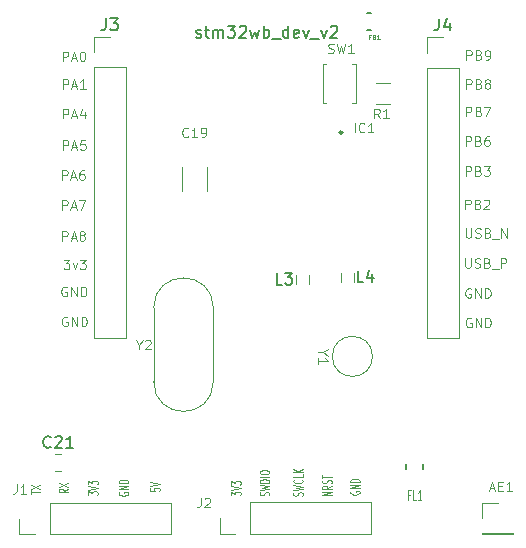
<source format=gbr>
G04 #@! TF.GenerationSoftware,KiCad,Pcbnew,5.1.7-a382d34a8~88~ubuntu18.04.1*
G04 #@! TF.CreationDate,2021-06-07T17:39:16+05:30*
G04 #@! TF.ProjectId,stm32wb_Dev_v2,73746d33-3277-4625-9f44-65765f76322e,rev?*
G04 #@! TF.SameCoordinates,Original*
G04 #@! TF.FileFunction,Legend,Top*
G04 #@! TF.FilePolarity,Positive*
%FSLAX46Y46*%
G04 Gerber Fmt 4.6, Leading zero omitted, Abs format (unit mm)*
G04 Created by KiCad (PCBNEW 5.1.7-a382d34a8~88~ubuntu18.04.1) date 2021-06-07 17:39:16*
%MOMM*%
%LPD*%
G01*
G04 APERTURE LIST*
%ADD10C,0.100000*%
%ADD11C,0.200000*%
%ADD12C,0.250000*%
%ADD13C,0.120000*%
%ADD14C,0.127000*%
%ADD15C,0.150000*%
%ADD16C,0.015000*%
G04 APERTURE END LIST*
D10*
X122821776Y-75208180D02*
X122745585Y-75170084D01*
X122631300Y-75170084D01*
X122517014Y-75208180D01*
X122440823Y-75284370D01*
X122402728Y-75360560D01*
X122364633Y-75512941D01*
X122364633Y-75627227D01*
X122402728Y-75779608D01*
X122440823Y-75855799D01*
X122517014Y-75931989D01*
X122631300Y-75970084D01*
X122707490Y-75970084D01*
X122821776Y-75931989D01*
X122859871Y-75893894D01*
X122859871Y-75627227D01*
X122707490Y-75627227D01*
X123202728Y-75970084D02*
X123202728Y-75170084D01*
X123659871Y-75970084D01*
X123659871Y-75170084D01*
X124040823Y-75970084D02*
X124040823Y-75170084D01*
X124231300Y-75170084D01*
X124345585Y-75208180D01*
X124421776Y-75284370D01*
X124459871Y-75360560D01*
X124497966Y-75512941D01*
X124497966Y-75627227D01*
X124459871Y-75779608D01*
X124421776Y-75855799D01*
X124345585Y-75931989D01*
X124231300Y-75970084D01*
X124040823Y-75970084D01*
X122796376Y-72701200D02*
X122720185Y-72663104D01*
X122605900Y-72663104D01*
X122491614Y-72701200D01*
X122415423Y-72777390D01*
X122377328Y-72853580D01*
X122339233Y-73005961D01*
X122339233Y-73120247D01*
X122377328Y-73272628D01*
X122415423Y-73348819D01*
X122491614Y-73425009D01*
X122605900Y-73463104D01*
X122682090Y-73463104D01*
X122796376Y-73425009D01*
X122834471Y-73386914D01*
X122834471Y-73120247D01*
X122682090Y-73120247D01*
X123177328Y-73463104D02*
X123177328Y-72663104D01*
X123634471Y-73463104D01*
X123634471Y-72663104D01*
X124015423Y-73463104D02*
X124015423Y-72663104D01*
X124205900Y-72663104D01*
X124320185Y-72701200D01*
X124396376Y-72777390D01*
X124434471Y-72853580D01*
X124472566Y-73005961D01*
X124472566Y-73120247D01*
X124434471Y-73272628D01*
X124396376Y-73348819D01*
X124320185Y-73425009D01*
X124205900Y-73463104D01*
X124015423Y-73463104D01*
X122344394Y-70128184D02*
X122344394Y-70775803D01*
X122382489Y-70851994D01*
X122420584Y-70890089D01*
X122496775Y-70928184D01*
X122649156Y-70928184D01*
X122725346Y-70890089D01*
X122763441Y-70851994D01*
X122801537Y-70775803D01*
X122801537Y-70128184D01*
X123144394Y-70890089D02*
X123258680Y-70928184D01*
X123449156Y-70928184D01*
X123525346Y-70890089D01*
X123563441Y-70851994D01*
X123601537Y-70775803D01*
X123601537Y-70699613D01*
X123563441Y-70623422D01*
X123525346Y-70585327D01*
X123449156Y-70547232D01*
X123296775Y-70509137D01*
X123220584Y-70471041D01*
X123182489Y-70432946D01*
X123144394Y-70356756D01*
X123144394Y-70280565D01*
X123182489Y-70204375D01*
X123220584Y-70166280D01*
X123296775Y-70128184D01*
X123487251Y-70128184D01*
X123601537Y-70166280D01*
X124211060Y-70509137D02*
X124325346Y-70547232D01*
X124363441Y-70585327D01*
X124401537Y-70661518D01*
X124401537Y-70775803D01*
X124363441Y-70851994D01*
X124325346Y-70890089D01*
X124249156Y-70928184D01*
X123944394Y-70928184D01*
X123944394Y-70128184D01*
X124211060Y-70128184D01*
X124287251Y-70166280D01*
X124325346Y-70204375D01*
X124363441Y-70280565D01*
X124363441Y-70356756D01*
X124325346Y-70432946D01*
X124287251Y-70471041D01*
X124211060Y-70509137D01*
X123944394Y-70509137D01*
X124553918Y-71004375D02*
X125163441Y-71004375D01*
X125353918Y-70928184D02*
X125353918Y-70128184D01*
X125658680Y-70128184D01*
X125734870Y-70166280D01*
X125772965Y-70204375D01*
X125811060Y-70280565D01*
X125811060Y-70394851D01*
X125772965Y-70471041D01*
X125734870Y-70509137D01*
X125658680Y-70547232D01*
X125353918Y-70547232D01*
D11*
X99550649Y-51387641D02*
X99645887Y-51435260D01*
X99836363Y-51435260D01*
X99931601Y-51387641D01*
X99979220Y-51292403D01*
X99979220Y-51244784D01*
X99931601Y-51149546D01*
X99836363Y-51101927D01*
X99693506Y-51101927D01*
X99598268Y-51054308D01*
X99550649Y-50959070D01*
X99550649Y-50911451D01*
X99598268Y-50816213D01*
X99693506Y-50768594D01*
X99836363Y-50768594D01*
X99931601Y-50816213D01*
X100264935Y-50768594D02*
X100645887Y-50768594D01*
X100407792Y-50435260D02*
X100407792Y-51292403D01*
X100455411Y-51387641D01*
X100550649Y-51435260D01*
X100645887Y-51435260D01*
X100979220Y-51435260D02*
X100979220Y-50768594D01*
X100979220Y-50863832D02*
X101026840Y-50816213D01*
X101122078Y-50768594D01*
X101264935Y-50768594D01*
X101360173Y-50816213D01*
X101407792Y-50911451D01*
X101407792Y-51435260D01*
X101407792Y-50911451D02*
X101455411Y-50816213D01*
X101550649Y-50768594D01*
X101693506Y-50768594D01*
X101788744Y-50816213D01*
X101836363Y-50911451D01*
X101836363Y-51435260D01*
X102217316Y-50435260D02*
X102836363Y-50435260D01*
X102503030Y-50816213D01*
X102645887Y-50816213D01*
X102741125Y-50863832D01*
X102788744Y-50911451D01*
X102836363Y-51006689D01*
X102836363Y-51244784D01*
X102788744Y-51340022D01*
X102741125Y-51387641D01*
X102645887Y-51435260D01*
X102360173Y-51435260D01*
X102264935Y-51387641D01*
X102217316Y-51340022D01*
X103217316Y-50530499D02*
X103264935Y-50482880D01*
X103360173Y-50435260D01*
X103598268Y-50435260D01*
X103693506Y-50482880D01*
X103741125Y-50530499D01*
X103788744Y-50625737D01*
X103788744Y-50720975D01*
X103741125Y-50863832D01*
X103169697Y-51435260D01*
X103788744Y-51435260D01*
X104122078Y-50768594D02*
X104312554Y-51435260D01*
X104503030Y-50959070D01*
X104693506Y-51435260D01*
X104883982Y-50768594D01*
X105264935Y-51435260D02*
X105264935Y-50435260D01*
X105264935Y-50816213D02*
X105360173Y-50768594D01*
X105550649Y-50768594D01*
X105645887Y-50816213D01*
X105693506Y-50863832D01*
X105741125Y-50959070D01*
X105741125Y-51244784D01*
X105693506Y-51340022D01*
X105645887Y-51387641D01*
X105550649Y-51435260D01*
X105360173Y-51435260D01*
X105264935Y-51387641D01*
X105931601Y-51530499D02*
X106693506Y-51530499D01*
X107360173Y-51435260D02*
X107360173Y-50435260D01*
X107360173Y-51387641D02*
X107264935Y-51435260D01*
X107074459Y-51435260D01*
X106979220Y-51387641D01*
X106931601Y-51340022D01*
X106883982Y-51244784D01*
X106883982Y-50959070D01*
X106931601Y-50863832D01*
X106979220Y-50816213D01*
X107074459Y-50768594D01*
X107264935Y-50768594D01*
X107360173Y-50816213D01*
X108217316Y-51387641D02*
X108122078Y-51435260D01*
X107931601Y-51435260D01*
X107836363Y-51387641D01*
X107788744Y-51292403D01*
X107788744Y-50911451D01*
X107836363Y-50816213D01*
X107931601Y-50768594D01*
X108122078Y-50768594D01*
X108217316Y-50816213D01*
X108264935Y-50911451D01*
X108264935Y-51006689D01*
X107788744Y-51101927D01*
X108598268Y-50768594D02*
X108836363Y-51435260D01*
X109074459Y-50768594D01*
X109217316Y-51530499D02*
X109979220Y-51530499D01*
X110122078Y-50768594D02*
X110360173Y-51435260D01*
X110598268Y-50768594D01*
X110931601Y-50530499D02*
X110979220Y-50482880D01*
X111074459Y-50435260D01*
X111312554Y-50435260D01*
X111407792Y-50482880D01*
X111455411Y-50530499D01*
X111503030Y-50625737D01*
X111503030Y-50720975D01*
X111455411Y-50863832D01*
X110883982Y-51435260D01*
X111503030Y-51435260D01*
D10*
X111022084Y-90183708D02*
X110222084Y-90183708D01*
X111022084Y-89897994D01*
X110222084Y-89897994D01*
X111022084Y-89374184D02*
X110641132Y-89540851D01*
X111022084Y-89659899D02*
X110222084Y-89659899D01*
X110222084Y-89469422D01*
X110260180Y-89421803D01*
X110298275Y-89397994D01*
X110374465Y-89374184D01*
X110488751Y-89374184D01*
X110564941Y-89397994D01*
X110603037Y-89421803D01*
X110641132Y-89469422D01*
X110641132Y-89659899D01*
X110983989Y-89183708D02*
X111022084Y-89112280D01*
X111022084Y-88993232D01*
X110983989Y-88945613D01*
X110945894Y-88921803D01*
X110869703Y-88897994D01*
X110793513Y-88897994D01*
X110717322Y-88921803D01*
X110679227Y-88945613D01*
X110641132Y-88993232D01*
X110603037Y-89088470D01*
X110564941Y-89136089D01*
X110526846Y-89159899D01*
X110450656Y-89183708D01*
X110374465Y-89183708D01*
X110298275Y-89159899D01*
X110260180Y-89136089D01*
X110222084Y-89088470D01*
X110222084Y-88969422D01*
X110260180Y-88897994D01*
X110222084Y-88755137D02*
X110222084Y-88469422D01*
X111022084Y-88612280D02*
X110222084Y-88612280D01*
X108530349Y-90218912D02*
X108568444Y-90147483D01*
X108568444Y-90028436D01*
X108530349Y-89980817D01*
X108492254Y-89957007D01*
X108416063Y-89933198D01*
X108339873Y-89933198D01*
X108263682Y-89957007D01*
X108225587Y-89980817D01*
X108187492Y-90028436D01*
X108149397Y-90123674D01*
X108111301Y-90171293D01*
X108073206Y-90195102D01*
X107997016Y-90218912D01*
X107920825Y-90218912D01*
X107844635Y-90195102D01*
X107806540Y-90171293D01*
X107768444Y-90123674D01*
X107768444Y-90004626D01*
X107806540Y-89933198D01*
X107768444Y-89766531D02*
X108568444Y-89647483D01*
X107997016Y-89552245D01*
X108568444Y-89457007D01*
X107768444Y-89337960D01*
X108492254Y-88861769D02*
X108530349Y-88885579D01*
X108568444Y-88957007D01*
X108568444Y-89004626D01*
X108530349Y-89076055D01*
X108454159Y-89123674D01*
X108377968Y-89147483D01*
X108225587Y-89171293D01*
X108111301Y-89171293D01*
X107958920Y-89147483D01*
X107882730Y-89123674D01*
X107806540Y-89076055D01*
X107768444Y-89004626D01*
X107768444Y-88957007D01*
X107806540Y-88885579D01*
X107844635Y-88861769D01*
X108568444Y-88409388D02*
X108568444Y-88647483D01*
X107768444Y-88647483D01*
X108568444Y-88242721D02*
X107768444Y-88242721D01*
X108568444Y-87957007D02*
X108111301Y-88171293D01*
X107768444Y-87957007D02*
X108225587Y-88242721D01*
X105688089Y-90193203D02*
X105726184Y-90121775D01*
X105726184Y-90002727D01*
X105688089Y-89955108D01*
X105649994Y-89931299D01*
X105573803Y-89907489D01*
X105497613Y-89907489D01*
X105421422Y-89931299D01*
X105383327Y-89955108D01*
X105345232Y-90002727D01*
X105307137Y-90097965D01*
X105269041Y-90145584D01*
X105230946Y-90169394D01*
X105154756Y-90193203D01*
X105078565Y-90193203D01*
X105002375Y-90169394D01*
X104964280Y-90145584D01*
X104926184Y-90097965D01*
X104926184Y-89978918D01*
X104964280Y-89907489D01*
X104926184Y-89740822D02*
X105726184Y-89621775D01*
X105154756Y-89526537D01*
X105726184Y-89431299D01*
X104926184Y-89312251D01*
X105726184Y-89121775D02*
X104926184Y-89121775D01*
X104926184Y-89002727D01*
X104964280Y-88931299D01*
X105040470Y-88883680D01*
X105116660Y-88859870D01*
X105269041Y-88836060D01*
X105383327Y-88836060D01*
X105535708Y-88859870D01*
X105611899Y-88883680D01*
X105688089Y-88931299D01*
X105726184Y-89002727D01*
X105726184Y-89121775D01*
X105726184Y-88621775D02*
X104926184Y-88621775D01*
X104926184Y-88288441D02*
X104926184Y-88193203D01*
X104964280Y-88145584D01*
X105040470Y-88097965D01*
X105192851Y-88074156D01*
X105459518Y-88074156D01*
X105611899Y-88097965D01*
X105688089Y-88145584D01*
X105726184Y-88193203D01*
X105726184Y-88288441D01*
X105688089Y-88336060D01*
X105611899Y-88383680D01*
X105459518Y-88407489D01*
X105192851Y-88407489D01*
X105040470Y-88383680D01*
X104964280Y-88336060D01*
X104926184Y-88288441D01*
X102515724Y-90184527D02*
X102515724Y-89875003D01*
X102820486Y-90041670D01*
X102820486Y-89970241D01*
X102858581Y-89922622D01*
X102896677Y-89898813D01*
X102972867Y-89875003D01*
X103163343Y-89875003D01*
X103239534Y-89898813D01*
X103277629Y-89922622D01*
X103315724Y-89970241D01*
X103315724Y-90113099D01*
X103277629Y-90160718D01*
X103239534Y-90184527D01*
X102515724Y-89732146D02*
X103315724Y-89565480D01*
X102515724Y-89398813D01*
X102515724Y-89279765D02*
X102515724Y-88970241D01*
X102820486Y-89136908D01*
X102820486Y-89065480D01*
X102858581Y-89017860D01*
X102896677Y-88994051D01*
X102972867Y-88970241D01*
X103163343Y-88970241D01*
X103239534Y-88994051D01*
X103277629Y-89017860D01*
X103315724Y-89065480D01*
X103315724Y-89208337D01*
X103277629Y-89255956D01*
X103239534Y-89279765D01*
X95670424Y-89574358D02*
X95670424Y-89812453D01*
X96051377Y-89836262D01*
X96013281Y-89812453D01*
X95975186Y-89764834D01*
X95975186Y-89645786D01*
X96013281Y-89598167D01*
X96051377Y-89574358D01*
X96127567Y-89550548D01*
X96318043Y-89550548D01*
X96394234Y-89574358D01*
X96432329Y-89598167D01*
X96470424Y-89645786D01*
X96470424Y-89764834D01*
X96432329Y-89812453D01*
X96394234Y-89836262D01*
X95670424Y-89407691D02*
X96470424Y-89241024D01*
X95670424Y-89074358D01*
X112624920Y-89834672D02*
X112586824Y-89882291D01*
X112586824Y-89953720D01*
X112624920Y-90025148D01*
X112701110Y-90072767D01*
X112777300Y-90096577D01*
X112929681Y-90120386D01*
X113043967Y-90120386D01*
X113196348Y-90096577D01*
X113272539Y-90072767D01*
X113348729Y-90025148D01*
X113386824Y-89953720D01*
X113386824Y-89906100D01*
X113348729Y-89834672D01*
X113310634Y-89810862D01*
X113043967Y-89810862D01*
X113043967Y-89906100D01*
X113386824Y-89596577D02*
X112586824Y-89596577D01*
X113386824Y-89310862D01*
X112586824Y-89310862D01*
X113386824Y-89072767D02*
X112586824Y-89072767D01*
X112586824Y-88953720D01*
X112624920Y-88882291D01*
X112701110Y-88834672D01*
X112777300Y-88810862D01*
X112929681Y-88787053D01*
X113043967Y-88787053D01*
X113196348Y-88810862D01*
X113272539Y-88834672D01*
X113348729Y-88882291D01*
X113386824Y-88953720D01*
X113386824Y-89072767D01*
X93049140Y-89928652D02*
X93011044Y-89976271D01*
X93011044Y-90047700D01*
X93049140Y-90119128D01*
X93125330Y-90166747D01*
X93201520Y-90190557D01*
X93353901Y-90214366D01*
X93468187Y-90214366D01*
X93620568Y-90190557D01*
X93696759Y-90166747D01*
X93772949Y-90119128D01*
X93811044Y-90047700D01*
X93811044Y-90000080D01*
X93772949Y-89928652D01*
X93734854Y-89904842D01*
X93468187Y-89904842D01*
X93468187Y-90000080D01*
X93811044Y-89690557D02*
X93011044Y-89690557D01*
X93811044Y-89404842D01*
X93011044Y-89404842D01*
X93811044Y-89166747D02*
X93011044Y-89166747D01*
X93011044Y-89047700D01*
X93049140Y-88976271D01*
X93125330Y-88928652D01*
X93201520Y-88904842D01*
X93353901Y-88881033D01*
X93468187Y-88881033D01*
X93620568Y-88904842D01*
X93696759Y-88928652D01*
X93772949Y-88976271D01*
X93811044Y-89047700D01*
X93811044Y-89166747D01*
X90415164Y-90166747D02*
X90415164Y-89857223D01*
X90719926Y-90023890D01*
X90719926Y-89952461D01*
X90758021Y-89904842D01*
X90796117Y-89881033D01*
X90872307Y-89857223D01*
X91062783Y-89857223D01*
X91138974Y-89881033D01*
X91177069Y-89904842D01*
X91215164Y-89952461D01*
X91215164Y-90095319D01*
X91177069Y-90142938D01*
X91138974Y-90166747D01*
X90415164Y-89714366D02*
X91215164Y-89547700D01*
X90415164Y-89381033D01*
X90415164Y-89261985D02*
X90415164Y-88952461D01*
X90719926Y-89119128D01*
X90719926Y-89047700D01*
X90758021Y-89000080D01*
X90796117Y-88976271D01*
X90872307Y-88952461D01*
X91062783Y-88952461D01*
X91138974Y-88976271D01*
X91177069Y-89000080D01*
X91215164Y-89047700D01*
X91215164Y-89190557D01*
X91177069Y-89238176D01*
X91138974Y-89261985D01*
X85545984Y-90042952D02*
X85545984Y-89757238D01*
X86345984Y-89900095D02*
X85545984Y-89900095D01*
X85545984Y-89638190D02*
X86345984Y-89304857D01*
X85545984Y-89304857D02*
X86345984Y-89638190D01*
X88695484Y-89651353D02*
X88314532Y-89818020D01*
X88695484Y-89937067D02*
X87895484Y-89937067D01*
X87895484Y-89746591D01*
X87933580Y-89698972D01*
X87971675Y-89675162D01*
X88047865Y-89651353D01*
X88162151Y-89651353D01*
X88238341Y-89675162D01*
X88276437Y-89698972D01*
X88314532Y-89746591D01*
X88314532Y-89937067D01*
X87895484Y-89484686D02*
X88695484Y-89151353D01*
X87895484Y-89151353D02*
X88695484Y-89484686D01*
X122428123Y-53318364D02*
X122428123Y-52518364D01*
X122732885Y-52518364D01*
X122809076Y-52556460D01*
X122847171Y-52594555D01*
X122885266Y-52670745D01*
X122885266Y-52785031D01*
X122847171Y-52861221D01*
X122809076Y-52899317D01*
X122732885Y-52937412D01*
X122428123Y-52937412D01*
X123494790Y-52899317D02*
X123609076Y-52937412D01*
X123647171Y-52975507D01*
X123685266Y-53051698D01*
X123685266Y-53165983D01*
X123647171Y-53242174D01*
X123609076Y-53280269D01*
X123532885Y-53318364D01*
X123228123Y-53318364D01*
X123228123Y-52518364D01*
X123494790Y-52518364D01*
X123570980Y-52556460D01*
X123609076Y-52594555D01*
X123647171Y-52670745D01*
X123647171Y-52746936D01*
X123609076Y-52823126D01*
X123570980Y-52861221D01*
X123494790Y-52899317D01*
X123228123Y-52899317D01*
X124066219Y-53318364D02*
X124218600Y-53318364D01*
X124294790Y-53280269D01*
X124332885Y-53242174D01*
X124409076Y-53127888D01*
X124447171Y-52975507D01*
X124447171Y-52670745D01*
X124409076Y-52594555D01*
X124370980Y-52556460D01*
X124294790Y-52518364D01*
X124142409Y-52518364D01*
X124066219Y-52556460D01*
X124028123Y-52594555D01*
X123990028Y-52670745D01*
X123990028Y-52861221D01*
X124028123Y-52937412D01*
X124066219Y-52975507D01*
X124142409Y-53013602D01*
X124294790Y-53013602D01*
X124370980Y-52975507D01*
X124409076Y-52937412D01*
X124447171Y-52861221D01*
X122428123Y-55756764D02*
X122428123Y-54956764D01*
X122732885Y-54956764D01*
X122809076Y-54994860D01*
X122847171Y-55032955D01*
X122885266Y-55109145D01*
X122885266Y-55223431D01*
X122847171Y-55299621D01*
X122809076Y-55337717D01*
X122732885Y-55375812D01*
X122428123Y-55375812D01*
X123494790Y-55337717D02*
X123609076Y-55375812D01*
X123647171Y-55413907D01*
X123685266Y-55490098D01*
X123685266Y-55604383D01*
X123647171Y-55680574D01*
X123609076Y-55718669D01*
X123532885Y-55756764D01*
X123228123Y-55756764D01*
X123228123Y-54956764D01*
X123494790Y-54956764D01*
X123570980Y-54994860D01*
X123609076Y-55032955D01*
X123647171Y-55109145D01*
X123647171Y-55185336D01*
X123609076Y-55261526D01*
X123570980Y-55299621D01*
X123494790Y-55337717D01*
X123228123Y-55337717D01*
X124142409Y-55299621D02*
X124066219Y-55261526D01*
X124028123Y-55223431D01*
X123990028Y-55147240D01*
X123990028Y-55109145D01*
X124028123Y-55032955D01*
X124066219Y-54994860D01*
X124142409Y-54956764D01*
X124294790Y-54956764D01*
X124370980Y-54994860D01*
X124409076Y-55032955D01*
X124447171Y-55109145D01*
X124447171Y-55147240D01*
X124409076Y-55223431D01*
X124370980Y-55261526D01*
X124294790Y-55299621D01*
X124142409Y-55299621D01*
X124066219Y-55337717D01*
X124028123Y-55375812D01*
X123990028Y-55452002D01*
X123990028Y-55604383D01*
X124028123Y-55680574D01*
X124066219Y-55718669D01*
X124142409Y-55756764D01*
X124294790Y-55756764D01*
X124370980Y-55718669D01*
X124409076Y-55680574D01*
X124447171Y-55604383D01*
X124447171Y-55452002D01*
X124409076Y-55375812D01*
X124370980Y-55337717D01*
X124294790Y-55299621D01*
X122397643Y-58108804D02*
X122397643Y-57308804D01*
X122702405Y-57308804D01*
X122778596Y-57346900D01*
X122816691Y-57384995D01*
X122854786Y-57461185D01*
X122854786Y-57575471D01*
X122816691Y-57651661D01*
X122778596Y-57689757D01*
X122702405Y-57727852D01*
X122397643Y-57727852D01*
X123464310Y-57689757D02*
X123578596Y-57727852D01*
X123616691Y-57765947D01*
X123654786Y-57842138D01*
X123654786Y-57956423D01*
X123616691Y-58032614D01*
X123578596Y-58070709D01*
X123502405Y-58108804D01*
X123197643Y-58108804D01*
X123197643Y-57308804D01*
X123464310Y-57308804D01*
X123540500Y-57346900D01*
X123578596Y-57384995D01*
X123616691Y-57461185D01*
X123616691Y-57537376D01*
X123578596Y-57613566D01*
X123540500Y-57651661D01*
X123464310Y-57689757D01*
X123197643Y-57689757D01*
X123921453Y-57308804D02*
X124454786Y-57308804D01*
X124111929Y-58108804D01*
X122387483Y-60590384D02*
X122387483Y-59790384D01*
X122692245Y-59790384D01*
X122768436Y-59828480D01*
X122806531Y-59866575D01*
X122844626Y-59942765D01*
X122844626Y-60057051D01*
X122806531Y-60133241D01*
X122768436Y-60171337D01*
X122692245Y-60209432D01*
X122387483Y-60209432D01*
X123454150Y-60171337D02*
X123568436Y-60209432D01*
X123606531Y-60247527D01*
X123644626Y-60323718D01*
X123644626Y-60438003D01*
X123606531Y-60514194D01*
X123568436Y-60552289D01*
X123492245Y-60590384D01*
X123187483Y-60590384D01*
X123187483Y-59790384D01*
X123454150Y-59790384D01*
X123530340Y-59828480D01*
X123568436Y-59866575D01*
X123606531Y-59942765D01*
X123606531Y-60018956D01*
X123568436Y-60095146D01*
X123530340Y-60133241D01*
X123454150Y-60171337D01*
X123187483Y-60171337D01*
X124330340Y-59790384D02*
X124177960Y-59790384D01*
X124101769Y-59828480D01*
X124063674Y-59866575D01*
X123987483Y-59980860D01*
X123949388Y-60133241D01*
X123949388Y-60438003D01*
X123987483Y-60514194D01*
X124025579Y-60552289D01*
X124101769Y-60590384D01*
X124254150Y-60590384D01*
X124330340Y-60552289D01*
X124368436Y-60514194D01*
X124406531Y-60438003D01*
X124406531Y-60247527D01*
X124368436Y-60171337D01*
X124330340Y-60133241D01*
X124254150Y-60095146D01*
X124101769Y-60095146D01*
X124025579Y-60133241D01*
X123987483Y-60171337D01*
X123949388Y-60247527D01*
X122336683Y-65944704D02*
X122336683Y-65144704D01*
X122641445Y-65144704D01*
X122717636Y-65182800D01*
X122755731Y-65220895D01*
X122793826Y-65297085D01*
X122793826Y-65411371D01*
X122755731Y-65487561D01*
X122717636Y-65525657D01*
X122641445Y-65563752D01*
X122336683Y-65563752D01*
X123403350Y-65525657D02*
X123517636Y-65563752D01*
X123555731Y-65601847D01*
X123593826Y-65678038D01*
X123593826Y-65792323D01*
X123555731Y-65868514D01*
X123517636Y-65906609D01*
X123441445Y-65944704D01*
X123136683Y-65944704D01*
X123136683Y-65144704D01*
X123403350Y-65144704D01*
X123479540Y-65182800D01*
X123517636Y-65220895D01*
X123555731Y-65297085D01*
X123555731Y-65373276D01*
X123517636Y-65449466D01*
X123479540Y-65487561D01*
X123403350Y-65525657D01*
X123136683Y-65525657D01*
X123898588Y-65220895D02*
X123936683Y-65182800D01*
X124012874Y-65144704D01*
X124203350Y-65144704D01*
X124279540Y-65182800D01*
X124317636Y-65220895D01*
X124355731Y-65297085D01*
X124355731Y-65373276D01*
X124317636Y-65487561D01*
X123860493Y-65944704D01*
X124355731Y-65944704D01*
X122387483Y-63138004D02*
X122387483Y-62338004D01*
X122692245Y-62338004D01*
X122768436Y-62376100D01*
X122806531Y-62414195D01*
X122844626Y-62490385D01*
X122844626Y-62604671D01*
X122806531Y-62680861D01*
X122768436Y-62718957D01*
X122692245Y-62757052D01*
X122387483Y-62757052D01*
X123454150Y-62718957D02*
X123568436Y-62757052D01*
X123606531Y-62795147D01*
X123644626Y-62871338D01*
X123644626Y-62985623D01*
X123606531Y-63061814D01*
X123568436Y-63099909D01*
X123492245Y-63138004D01*
X123187483Y-63138004D01*
X123187483Y-62338004D01*
X123454150Y-62338004D01*
X123530340Y-62376100D01*
X123568436Y-62414195D01*
X123606531Y-62490385D01*
X123606531Y-62566576D01*
X123568436Y-62642766D01*
X123530340Y-62680861D01*
X123454150Y-62718957D01*
X123187483Y-62718957D01*
X123911293Y-62338004D02*
X124406531Y-62338004D01*
X124139864Y-62642766D01*
X124254150Y-62642766D01*
X124330340Y-62680861D01*
X124368436Y-62718957D01*
X124406531Y-62795147D01*
X124406531Y-62985623D01*
X124368436Y-63061814D01*
X124330340Y-63099909D01*
X124254150Y-63138004D01*
X124025579Y-63138004D01*
X123949388Y-63099909D01*
X123911293Y-63061814D01*
X122378686Y-67570404D02*
X122378686Y-68218023D01*
X122416781Y-68294214D01*
X122454877Y-68332309D01*
X122531067Y-68370404D01*
X122683448Y-68370404D01*
X122759639Y-68332309D01*
X122797734Y-68294214D01*
X122835829Y-68218023D01*
X122835829Y-67570404D01*
X123178686Y-68332309D02*
X123292972Y-68370404D01*
X123483448Y-68370404D01*
X123559639Y-68332309D01*
X123597734Y-68294214D01*
X123635829Y-68218023D01*
X123635829Y-68141833D01*
X123597734Y-68065642D01*
X123559639Y-68027547D01*
X123483448Y-67989452D01*
X123331067Y-67951357D01*
X123254877Y-67913261D01*
X123216781Y-67875166D01*
X123178686Y-67798976D01*
X123178686Y-67722785D01*
X123216781Y-67646595D01*
X123254877Y-67608500D01*
X123331067Y-67570404D01*
X123521543Y-67570404D01*
X123635829Y-67608500D01*
X124245353Y-67951357D02*
X124359639Y-67989452D01*
X124397734Y-68027547D01*
X124435829Y-68103738D01*
X124435829Y-68218023D01*
X124397734Y-68294214D01*
X124359639Y-68332309D01*
X124283448Y-68370404D01*
X123978686Y-68370404D01*
X123978686Y-67570404D01*
X124245353Y-67570404D01*
X124321543Y-67608500D01*
X124359639Y-67646595D01*
X124397734Y-67722785D01*
X124397734Y-67798976D01*
X124359639Y-67875166D01*
X124321543Y-67913261D01*
X124245353Y-67951357D01*
X123978686Y-67951357D01*
X124588210Y-68446595D02*
X125197734Y-68446595D01*
X125388210Y-68370404D02*
X125388210Y-67570404D01*
X125845353Y-68370404D01*
X125845353Y-67570404D01*
X88620676Y-75114200D02*
X88544485Y-75076104D01*
X88430200Y-75076104D01*
X88315914Y-75114200D01*
X88239723Y-75190390D01*
X88201628Y-75266580D01*
X88163533Y-75418961D01*
X88163533Y-75533247D01*
X88201628Y-75685628D01*
X88239723Y-75761819D01*
X88315914Y-75838009D01*
X88430200Y-75876104D01*
X88506390Y-75876104D01*
X88620676Y-75838009D01*
X88658771Y-75799914D01*
X88658771Y-75533247D01*
X88506390Y-75533247D01*
X89001628Y-75876104D02*
X89001628Y-75076104D01*
X89458771Y-75876104D01*
X89458771Y-75076104D01*
X89839723Y-75876104D02*
X89839723Y-75076104D01*
X90030200Y-75076104D01*
X90144485Y-75114200D01*
X90220676Y-75190390D01*
X90258771Y-75266580D01*
X90296866Y-75418961D01*
X90296866Y-75533247D01*
X90258771Y-75685628D01*
X90220676Y-75761819D01*
X90144485Y-75838009D01*
X90030200Y-75876104D01*
X89839723Y-75876104D01*
X88577496Y-72558960D02*
X88501305Y-72520864D01*
X88387020Y-72520864D01*
X88272734Y-72558960D01*
X88196543Y-72635150D01*
X88158448Y-72711340D01*
X88120353Y-72863721D01*
X88120353Y-72978007D01*
X88158448Y-73130388D01*
X88196543Y-73206579D01*
X88272734Y-73282769D01*
X88387020Y-73320864D01*
X88463210Y-73320864D01*
X88577496Y-73282769D01*
X88615591Y-73244674D01*
X88615591Y-72978007D01*
X88463210Y-72978007D01*
X88958448Y-73320864D02*
X88958448Y-72520864D01*
X89415591Y-73320864D01*
X89415591Y-72520864D01*
X89796543Y-73320864D02*
X89796543Y-72520864D01*
X89987020Y-72520864D01*
X90101305Y-72558960D01*
X90177496Y-72635150D01*
X90215591Y-72711340D01*
X90253686Y-72863721D01*
X90253686Y-72978007D01*
X90215591Y-73130388D01*
X90177496Y-73206579D01*
X90101305Y-73282769D01*
X89987020Y-73320864D01*
X89796543Y-73320864D01*
X88320999Y-70224704D02*
X88816237Y-70224704D01*
X88549570Y-70529466D01*
X88663856Y-70529466D01*
X88740046Y-70567561D01*
X88778141Y-70605657D01*
X88816237Y-70681847D01*
X88816237Y-70872323D01*
X88778141Y-70948514D01*
X88740046Y-70986609D01*
X88663856Y-71024704D01*
X88435284Y-71024704D01*
X88359094Y-70986609D01*
X88320999Y-70948514D01*
X89082903Y-70491371D02*
X89273380Y-71024704D01*
X89463856Y-70491371D01*
X89692427Y-70224704D02*
X90187665Y-70224704D01*
X89920999Y-70529466D01*
X90035284Y-70529466D01*
X90111475Y-70567561D01*
X90149570Y-70605657D01*
X90187665Y-70681847D01*
X90187665Y-70872323D01*
X90149570Y-70948514D01*
X90111475Y-70986609D01*
X90035284Y-71024704D01*
X89806713Y-71024704D01*
X89730522Y-70986609D01*
X89692427Y-70948514D01*
X88223206Y-68637104D02*
X88223206Y-67837104D01*
X88527968Y-67837104D01*
X88604159Y-67875200D01*
X88642254Y-67913295D01*
X88680349Y-67989485D01*
X88680349Y-68103771D01*
X88642254Y-68179961D01*
X88604159Y-68218057D01*
X88527968Y-68256152D01*
X88223206Y-68256152D01*
X88985111Y-68408533D02*
X89366063Y-68408533D01*
X88908920Y-68637104D02*
X89175587Y-67837104D01*
X89442254Y-68637104D01*
X89823206Y-68179961D02*
X89747016Y-68141866D01*
X89708920Y-68103771D01*
X89670825Y-68027580D01*
X89670825Y-67989485D01*
X89708920Y-67913295D01*
X89747016Y-67875200D01*
X89823206Y-67837104D01*
X89975587Y-67837104D01*
X90051778Y-67875200D01*
X90089873Y-67913295D01*
X90127968Y-67989485D01*
X90127968Y-68027580D01*
X90089873Y-68103771D01*
X90051778Y-68141866D01*
X89975587Y-68179961D01*
X89823206Y-68179961D01*
X89747016Y-68218057D01*
X89708920Y-68256152D01*
X89670825Y-68332342D01*
X89670825Y-68484723D01*
X89708920Y-68560914D01*
X89747016Y-68599009D01*
X89823206Y-68637104D01*
X89975587Y-68637104D01*
X90051778Y-68599009D01*
X90089873Y-68560914D01*
X90127968Y-68484723D01*
X90127968Y-68332342D01*
X90089873Y-68256152D01*
X90051778Y-68218057D01*
X89975587Y-68179961D01*
X88207966Y-66008204D02*
X88207966Y-65208204D01*
X88512728Y-65208204D01*
X88588919Y-65246300D01*
X88627014Y-65284395D01*
X88665109Y-65360585D01*
X88665109Y-65474871D01*
X88627014Y-65551061D01*
X88588919Y-65589157D01*
X88512728Y-65627252D01*
X88207966Y-65627252D01*
X88969871Y-65779633D02*
X89350823Y-65779633D01*
X88893680Y-66008204D02*
X89160347Y-65208204D01*
X89427014Y-66008204D01*
X89617490Y-65208204D02*
X90150823Y-65208204D01*
X89807966Y-66008204D01*
X88205426Y-63452964D02*
X88205426Y-62652964D01*
X88510188Y-62652964D01*
X88586379Y-62691060D01*
X88624474Y-62729155D01*
X88662569Y-62805345D01*
X88662569Y-62919631D01*
X88624474Y-62995821D01*
X88586379Y-63033917D01*
X88510188Y-63072012D01*
X88205426Y-63072012D01*
X88967331Y-63224393D02*
X89348283Y-63224393D01*
X88891140Y-63452964D02*
X89157807Y-62652964D01*
X89424474Y-63452964D01*
X90033998Y-62652964D02*
X89881617Y-62652964D01*
X89805426Y-62691060D01*
X89767331Y-62729155D01*
X89691140Y-62843440D01*
X89653045Y-62995821D01*
X89653045Y-63300583D01*
X89691140Y-63376774D01*
X89729236Y-63414869D01*
X89805426Y-63452964D01*
X89957807Y-63452964D01*
X90033998Y-63414869D01*
X90072093Y-63376774D01*
X90110188Y-63300583D01*
X90110188Y-63110107D01*
X90072093Y-63033917D01*
X90033998Y-62995821D01*
X89957807Y-62957726D01*
X89805426Y-62957726D01*
X89729236Y-62995821D01*
X89691140Y-63033917D01*
X89653045Y-63110107D01*
X88274006Y-60925664D02*
X88274006Y-60125664D01*
X88578768Y-60125664D01*
X88654959Y-60163760D01*
X88693054Y-60201855D01*
X88731149Y-60278045D01*
X88731149Y-60392331D01*
X88693054Y-60468521D01*
X88654959Y-60506617D01*
X88578768Y-60544712D01*
X88274006Y-60544712D01*
X89035911Y-60697093D02*
X89416863Y-60697093D01*
X88959720Y-60925664D02*
X89226387Y-60125664D01*
X89493054Y-60925664D01*
X90140673Y-60125664D02*
X89759720Y-60125664D01*
X89721625Y-60506617D01*
X89759720Y-60468521D01*
X89835911Y-60430426D01*
X90026387Y-60430426D01*
X90102578Y-60468521D01*
X90140673Y-60506617D01*
X90178768Y-60582807D01*
X90178768Y-60773283D01*
X90140673Y-60849474D01*
X90102578Y-60887569D01*
X90026387Y-60925664D01*
X89835911Y-60925664D01*
X89759720Y-60887569D01*
X89721625Y-60849474D01*
X88274006Y-58278984D02*
X88274006Y-57478984D01*
X88578768Y-57478984D01*
X88654959Y-57517080D01*
X88693054Y-57555175D01*
X88731149Y-57631365D01*
X88731149Y-57745651D01*
X88693054Y-57821841D01*
X88654959Y-57859937D01*
X88578768Y-57898032D01*
X88274006Y-57898032D01*
X89035911Y-58050413D02*
X89416863Y-58050413D01*
X88959720Y-58278984D02*
X89226387Y-57478984D01*
X89493054Y-58278984D01*
X90102578Y-57745651D02*
X90102578Y-58278984D01*
X89912101Y-57440889D02*
X89721625Y-58012318D01*
X90216863Y-58012318D01*
X88274006Y-55746604D02*
X88274006Y-54946604D01*
X88578768Y-54946604D01*
X88654959Y-54984700D01*
X88693054Y-55022795D01*
X88731149Y-55098985D01*
X88731149Y-55213271D01*
X88693054Y-55289461D01*
X88654959Y-55327557D01*
X88578768Y-55365652D01*
X88274006Y-55365652D01*
X89035911Y-55518033D02*
X89416863Y-55518033D01*
X88959720Y-55746604D02*
X89226387Y-54946604D01*
X89493054Y-55746604D01*
X90178768Y-55746604D02*
X89721625Y-55746604D01*
X89950197Y-55746604D02*
X89950197Y-54946604D01*
X89874006Y-55060890D01*
X89797816Y-55137080D01*
X89721625Y-55175176D01*
X88243526Y-53417424D02*
X88243526Y-52617424D01*
X88548288Y-52617424D01*
X88624479Y-52655520D01*
X88662574Y-52693615D01*
X88700669Y-52769805D01*
X88700669Y-52884091D01*
X88662574Y-52960281D01*
X88624479Y-52998377D01*
X88548288Y-53036472D01*
X88243526Y-53036472D01*
X89005431Y-53188853D02*
X89386383Y-53188853D01*
X88929240Y-53417424D02*
X89195907Y-52617424D01*
X89462574Y-53417424D01*
X89881621Y-52617424D02*
X89957812Y-52617424D01*
X90034002Y-52655520D01*
X90072098Y-52693615D01*
X90110193Y-52769805D01*
X90148288Y-52922186D01*
X90148288Y-53112662D01*
X90110193Y-53265043D01*
X90072098Y-53341234D01*
X90034002Y-53379329D01*
X89957812Y-53417424D01*
X89881621Y-53417424D01*
X89805431Y-53379329D01*
X89767336Y-53341234D01*
X89729240Y-53265043D01*
X89691145Y-53112662D01*
X89691145Y-52922186D01*
X89729240Y-52769805D01*
X89767336Y-52693615D01*
X89805431Y-52655520D01*
X89881621Y-52617424D01*
D12*
X111931000Y-59472600D02*
G75*
G03*
X111931000Y-59472600I-125000J0D01*
G01*
D13*
X87604948Y-88128800D02*
X88127452Y-88128800D01*
X87604948Y-86658800D02*
X88127452Y-86658800D01*
X112925000Y-71365578D02*
X112925000Y-72164822D01*
X111805000Y-71365578D02*
X111805000Y-72164822D01*
X108000000Y-72291822D02*
X108000000Y-71492578D01*
X109120000Y-72291822D02*
X109120000Y-71492578D01*
X119102000Y-51380100D02*
X120432000Y-51380100D01*
X119102000Y-52710100D02*
X119102000Y-51380100D01*
X119102000Y-53980100D02*
X121762000Y-53980100D01*
X121762000Y-53980100D02*
X121762000Y-76900100D01*
X119102000Y-53980100D02*
X119102000Y-76900100D01*
X119102000Y-76900100D02*
X121762000Y-76900100D01*
X90910100Y-51359800D02*
X92240100Y-51359800D01*
X90910100Y-52689800D02*
X90910100Y-51359800D01*
X90910100Y-53959800D02*
X93570100Y-53959800D01*
X93570100Y-53959800D02*
X93570100Y-76879800D01*
X90910100Y-53959800D02*
X90910100Y-76879800D01*
X90910100Y-76879800D02*
X93570100Y-76879800D01*
D14*
X118721000Y-87568100D02*
X118721000Y-87928100D01*
X117281000Y-87568100D02*
X117281000Y-87928100D01*
X114330000Y-50816400D02*
X113970000Y-50816400D01*
X114330000Y-49376400D02*
X113970000Y-49376400D01*
D13*
X100422900Y-64405000D02*
X100422900Y-62405000D01*
X98382900Y-62405000D02*
X98382900Y-64405000D01*
X123737000Y-90800900D02*
X125067000Y-90800900D01*
X123737000Y-92130900D02*
X123737000Y-90800900D01*
X123737000Y-93400900D02*
X126397000Y-93400900D01*
X126397000Y-93400900D02*
X126397000Y-93460900D01*
X123737000Y-93400900D02*
X123737000Y-93460900D01*
X123737000Y-93460900D02*
X126397000Y-93460900D01*
X97395300Y-93481200D02*
X97395300Y-90821200D01*
X87175300Y-93481200D02*
X97395300Y-93481200D01*
X87175300Y-90821200D02*
X97395300Y-90821200D01*
X87175300Y-93481200D02*
X87175300Y-90821200D01*
X85905300Y-93481200D02*
X84575300Y-93481200D01*
X84575300Y-93481200D02*
X84575300Y-92151200D01*
X101532000Y-93445600D02*
X101532000Y-92115600D01*
X102862000Y-93445600D02*
X101532000Y-93445600D01*
X104132000Y-93445600D02*
X104132000Y-90785600D01*
X104132000Y-90785600D02*
X114352000Y-90785600D01*
X104132000Y-93445600D02*
X114352000Y-93445600D01*
X114352000Y-93445600D02*
X114352000Y-90785600D01*
X114754000Y-55264200D02*
X115954000Y-55264200D01*
X115954000Y-57024200D02*
X114754000Y-57024200D01*
X113053000Y-56950900D02*
X112753000Y-56950900D01*
X113053000Y-53650900D02*
X113053000Y-56950900D01*
X112753000Y-53650900D02*
X113053000Y-53650900D01*
X110253000Y-56950900D02*
X110553000Y-56950900D01*
X110253000Y-53650900D02*
X110253000Y-56950900D01*
X110553000Y-53650900D02*
X110253000Y-53650900D01*
X114476000Y-78425000D02*
G75*
G02*
X111076000Y-78425000I-1700000J0D01*
G01*
X114476000Y-78425000D02*
G75*
G03*
X111076000Y-78425000I-1700000J0D01*
G01*
X95945700Y-74308300D02*
X95945700Y-80558300D01*
X100995700Y-74308300D02*
X100995700Y-80558300D01*
X95945700Y-80558300D02*
G75*
G03*
X100995700Y-80558300I2525000J0D01*
G01*
X95945700Y-74308300D02*
G75*
G02*
X100995700Y-74308300I2525000J0D01*
G01*
D10*
X112957707Y-59462624D02*
X112957707Y-58662624D01*
X113795802Y-59386434D02*
X113757707Y-59424529D01*
X113643421Y-59462624D01*
X113567231Y-59462624D01*
X113452945Y-59424529D01*
X113376755Y-59348339D01*
X113338660Y-59272148D01*
X113300564Y-59119767D01*
X113300564Y-59005481D01*
X113338660Y-58853100D01*
X113376755Y-58776910D01*
X113452945Y-58700720D01*
X113567231Y-58662624D01*
X113643421Y-58662624D01*
X113757707Y-58700720D01*
X113795802Y-58738815D01*
X114557707Y-59462624D02*
X114100564Y-59462624D01*
X114329136Y-59462624D02*
X114329136Y-58662624D01*
X114252945Y-58776910D01*
X114176755Y-58853100D01*
X114100564Y-58891196D01*
D15*
X87223342Y-86070942D02*
X87175723Y-86118561D01*
X87032866Y-86166180D01*
X86937628Y-86166180D01*
X86794771Y-86118561D01*
X86699533Y-86023323D01*
X86651914Y-85928085D01*
X86604295Y-85737609D01*
X86604295Y-85594752D01*
X86651914Y-85404276D01*
X86699533Y-85309038D01*
X86794771Y-85213800D01*
X86937628Y-85166180D01*
X87032866Y-85166180D01*
X87175723Y-85213800D01*
X87223342Y-85261419D01*
X87604295Y-85261419D02*
X87651914Y-85213800D01*
X87747152Y-85166180D01*
X87985247Y-85166180D01*
X88080485Y-85213800D01*
X88128104Y-85261419D01*
X88175723Y-85356657D01*
X88175723Y-85451895D01*
X88128104Y-85594752D01*
X87556676Y-86166180D01*
X88175723Y-86166180D01*
X89128104Y-86166180D02*
X88556676Y-86166180D01*
X88842390Y-86166180D02*
X88842390Y-85166180D01*
X88747152Y-85309038D01*
X88651914Y-85404276D01*
X88556676Y-85451895D01*
X113696933Y-72156620D02*
X113220742Y-72156620D01*
X113220742Y-71156620D01*
X114458838Y-71489954D02*
X114458838Y-72156620D01*
X114220742Y-71109001D02*
X113982647Y-71823287D01*
X114601695Y-71823287D01*
X106833773Y-72344580D02*
X106357582Y-72344580D01*
X106357582Y-71344580D01*
X107071868Y-71344580D02*
X107690916Y-71344580D01*
X107357582Y-71725533D01*
X107500440Y-71725533D01*
X107595678Y-71773152D01*
X107643297Y-71820771D01*
X107690916Y-71916009D01*
X107690916Y-72154104D01*
X107643297Y-72249342D01*
X107595678Y-72296961D01*
X107500440Y-72344580D01*
X107214725Y-72344580D01*
X107119487Y-72296961D01*
X107071868Y-72249342D01*
X120098666Y-49832480D02*
X120098666Y-50546766D01*
X120051047Y-50689623D01*
X119955809Y-50784861D01*
X119812952Y-50832480D01*
X119717714Y-50832480D01*
X121003428Y-50165814D02*
X121003428Y-50832480D01*
X120765333Y-49784861D02*
X120527238Y-50499147D01*
X121146285Y-50499147D01*
X91906766Y-49812180D02*
X91906766Y-50526466D01*
X91859147Y-50669323D01*
X91763909Y-50764561D01*
X91621052Y-50812180D01*
X91525814Y-50812180D01*
X92287719Y-49812180D02*
X92906766Y-49812180D01*
X92573433Y-50193133D01*
X92716290Y-50193133D01*
X92811528Y-50240752D01*
X92859147Y-50288371D01*
X92906766Y-50383609D01*
X92906766Y-50621704D01*
X92859147Y-50716942D01*
X92811528Y-50764561D01*
X92716290Y-50812180D01*
X92430576Y-50812180D01*
X92335338Y-50764561D01*
X92287719Y-50716942D01*
D10*
X117674912Y-90150957D02*
X117508245Y-90150957D01*
X117508245Y-90570004D02*
X117508245Y-89770004D01*
X117746340Y-89770004D01*
X118174912Y-90570004D02*
X117936817Y-90570004D01*
X117936817Y-89770004D01*
X118603483Y-90570004D02*
X118317769Y-90570004D01*
X118460626Y-90570004D02*
X118460626Y-89770004D01*
X118413007Y-89884290D01*
X118365388Y-89960480D01*
X118317769Y-89998576D01*
D16*
X114281915Y-51388278D02*
X114150682Y-51388278D01*
X114150682Y-51594502D02*
X114150682Y-51200801D01*
X114338158Y-51200801D01*
X114619373Y-51388278D02*
X114675616Y-51407026D01*
X114694364Y-51425773D01*
X114713112Y-51463269D01*
X114713112Y-51519512D01*
X114694364Y-51557007D01*
X114675616Y-51575755D01*
X114638121Y-51594502D01*
X114488140Y-51594502D01*
X114488140Y-51200801D01*
X114619373Y-51200801D01*
X114656869Y-51219549D01*
X114675616Y-51238297D01*
X114694364Y-51275792D01*
X114694364Y-51313287D01*
X114675616Y-51350783D01*
X114656869Y-51369530D01*
X114619373Y-51388278D01*
X114488140Y-51388278D01*
X115088065Y-51594502D02*
X114863093Y-51594502D01*
X114975579Y-51594502D02*
X114975579Y-51200801D01*
X114938084Y-51257044D01*
X114900588Y-51294540D01*
X114863093Y-51313287D01*
D10*
X98868294Y-59774794D02*
X98830199Y-59812889D01*
X98715913Y-59850984D01*
X98639722Y-59850984D01*
X98525437Y-59812889D01*
X98449246Y-59736699D01*
X98411151Y-59660508D01*
X98373056Y-59508127D01*
X98373056Y-59393841D01*
X98411151Y-59241460D01*
X98449246Y-59165270D01*
X98525437Y-59089080D01*
X98639722Y-59050984D01*
X98715913Y-59050984D01*
X98830199Y-59089080D01*
X98868294Y-59127175D01*
X99630199Y-59850984D02*
X99173056Y-59850984D01*
X99401627Y-59850984D02*
X99401627Y-59050984D01*
X99325437Y-59165270D01*
X99249246Y-59241460D01*
X99173056Y-59279556D01*
X100011151Y-59850984D02*
X100163532Y-59850984D01*
X100239722Y-59812889D01*
X100277818Y-59774794D01*
X100354008Y-59660508D01*
X100392103Y-59508127D01*
X100392103Y-59203365D01*
X100354008Y-59127175D01*
X100315913Y-59089080D01*
X100239722Y-59050984D01*
X100087341Y-59050984D01*
X100011151Y-59089080D01*
X99973056Y-59127175D01*
X99934960Y-59203365D01*
X99934960Y-59393841D01*
X99973056Y-59470032D01*
X100011151Y-59508127D01*
X100087341Y-59546222D01*
X100239722Y-59546222D01*
X100315913Y-59508127D01*
X100354008Y-59470032D01*
X100392103Y-59393841D01*
X124418146Y-89602313D02*
X124799099Y-89602313D01*
X124341956Y-89830884D02*
X124608622Y-89030884D01*
X124875289Y-89830884D01*
X125141956Y-89411837D02*
X125408622Y-89411837D01*
X125522908Y-89830884D02*
X125141956Y-89830884D01*
X125141956Y-89030884D01*
X125522908Y-89030884D01*
X126284813Y-89830884D02*
X125827670Y-89830884D01*
X126056241Y-89830884D02*
X126056241Y-89030884D01*
X125980051Y-89145170D01*
X125903860Y-89221360D01*
X125827670Y-89259456D01*
X84353433Y-89241684D02*
X84353433Y-89813113D01*
X84315338Y-89927399D01*
X84239147Y-90003589D01*
X84124861Y-90041684D01*
X84048671Y-90041684D01*
X85153433Y-90041684D02*
X84696290Y-90041684D01*
X84924861Y-90041684D02*
X84924861Y-89241684D01*
X84848671Y-89355970D01*
X84772480Y-89432160D01*
X84696290Y-89470256D01*
X99936333Y-90402464D02*
X99936333Y-90973893D01*
X99898238Y-91088179D01*
X99822047Y-91164369D01*
X99707761Y-91202464D01*
X99631571Y-91202464D01*
X100279190Y-90478655D02*
X100317285Y-90440560D01*
X100393476Y-90402464D01*
X100583952Y-90402464D01*
X100660142Y-90440560D01*
X100698238Y-90478655D01*
X100736333Y-90554845D01*
X100736333Y-90631036D01*
X100698238Y-90745321D01*
X100241095Y-91202464D01*
X100736333Y-91202464D01*
X115098746Y-58251084D02*
X114832080Y-57870132D01*
X114641603Y-58251084D02*
X114641603Y-57451084D01*
X114946365Y-57451084D01*
X115022556Y-57489180D01*
X115060651Y-57527275D01*
X115098746Y-57603465D01*
X115098746Y-57717751D01*
X115060651Y-57793941D01*
X115022556Y-57832037D01*
X114946365Y-57870132D01*
X114641603Y-57870132D01*
X115860651Y-58251084D02*
X115403508Y-58251084D01*
X115632080Y-58251084D02*
X115632080Y-57451084D01*
X115555889Y-57565370D01*
X115479699Y-57641560D01*
X115403508Y-57679656D01*
X110736193Y-52706249D02*
X110850479Y-52744344D01*
X111040955Y-52744344D01*
X111117145Y-52706249D01*
X111155240Y-52668154D01*
X111193336Y-52591963D01*
X111193336Y-52515773D01*
X111155240Y-52439582D01*
X111117145Y-52401487D01*
X111040955Y-52363392D01*
X110888574Y-52325297D01*
X110812383Y-52287201D01*
X110774288Y-52249106D01*
X110736193Y-52172916D01*
X110736193Y-52096725D01*
X110774288Y-52020535D01*
X110812383Y-51982440D01*
X110888574Y-51944344D01*
X111079050Y-51944344D01*
X111193336Y-51982440D01*
X111460002Y-51944344D02*
X111650479Y-52744344D01*
X111802860Y-52172916D01*
X111955240Y-52744344D01*
X112145717Y-51944344D01*
X112869526Y-52744344D02*
X112412383Y-52744344D01*
X112640955Y-52744344D02*
X112640955Y-51944344D01*
X112564764Y-52058630D01*
X112488574Y-52134820D01*
X112412383Y-52172916D01*
X110277867Y-78094847D02*
X109896915Y-78094847D01*
X110696915Y-77828180D02*
X110277867Y-78094847D01*
X110696915Y-78361514D01*
X109896915Y-79047228D02*
X109896915Y-78590085D01*
X109896915Y-78818657D02*
X110696915Y-78818657D01*
X110582629Y-78742466D01*
X110506439Y-78666276D01*
X110468343Y-78590085D01*
X94744567Y-77443292D02*
X94744567Y-77824244D01*
X94477900Y-77024244D02*
X94744567Y-77443292D01*
X95011234Y-77024244D01*
X95239805Y-77100435D02*
X95277900Y-77062340D01*
X95354091Y-77024244D01*
X95544567Y-77024244D01*
X95620758Y-77062340D01*
X95658853Y-77100435D01*
X95696948Y-77176625D01*
X95696948Y-77252816D01*
X95658853Y-77367101D01*
X95201710Y-77824244D01*
X95696948Y-77824244D01*
M02*

</source>
